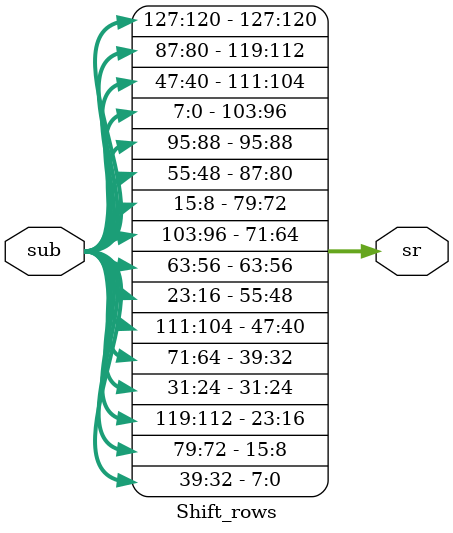
<source format=v>
`timescale 1ns / 1ps


module Shift_rows(sub, sr);
input  [127:0] sub;
output [127:0] sr;

assign sr[127:120] = sub[127:120];  
assign sr[119:112] = sub[87:80];
assign sr[111:104] = sub[47:40];
assign sr[103:96]  = sub[7:0];
   
assign sr[95:88] = sub[95:88];
assign sr[87:80] = sub[55:48];
assign sr[79:72] = sub[15:8];
assign sr[71:64] = sub[103:96];
   
assign sr[63:56] = sub[63:56];
assign sr[55:48] = sub[23:16];
assign sr[47:40] = sub[111:104];
assign sr[39:32] = sub[71:64];
   
assign sr[31:24] = sub[31:24];
assign sr[23:16] = sub[119:112];
assign sr[15:8]  = sub[79:72];
assign sr[7:0]   = sub[39:32]; 
endmodule

</source>
